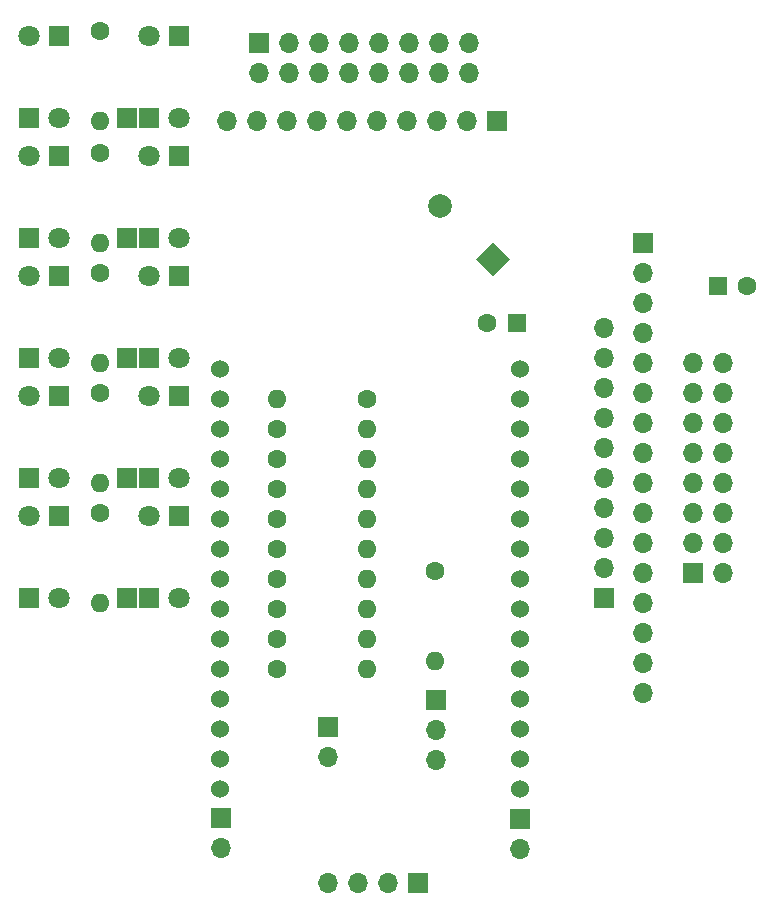
<source format=gbr>
%TF.GenerationSoftware,KiCad,Pcbnew,5.1.9+dfsg1-1*%
%TF.CreationDate,2022-03-08T22:31:31+00:00*%
%TF.ProjectId,guante metaversal,6775616e-7465-4206-9d65-746176657273,rev?*%
%TF.SameCoordinates,Original*%
%TF.FileFunction,Soldermask,Bot*%
%TF.FilePolarity,Negative*%
%FSLAX46Y46*%
G04 Gerber Fmt 4.6, Leading zero omitted, Abs format (unit mm)*
G04 Created by KiCad (PCBNEW 5.1.9+dfsg1-1) date 2022-03-08 22:31:31*
%MOMM*%
%LPD*%
G01*
G04 APERTURE LIST*
%ADD10R,1.700000X1.700000*%
%ADD11O,1.700000X1.700000*%
%ADD12C,1.600000*%
%ADD13O,1.600000X1.600000*%
%ADD14C,1.524000*%
%ADD15C,1.800000*%
%ADD16R,1.800000X1.800000*%
%ADD17C,0.200000*%
%ADD18C,2.000000*%
%ADD19R,1.600000X1.600000*%
G04 APERTURE END LIST*
D10*
%TO.C,U7*%
X173228000Y-125730000D03*
D11*
X173228000Y-123190000D03*
X173228000Y-120650000D03*
X173228000Y-118110000D03*
X173228000Y-115570000D03*
X173228000Y-113030000D03*
X173228000Y-110490000D03*
X173228000Y-107950000D03*
X173228000Y-105410000D03*
X173228000Y-102870000D03*
%TD*%
D12*
%TO.C,R16*%
X130556000Y-118516000D03*
D13*
X130556000Y-126136000D03*
%TD*%
D12*
%TO.C,R16*%
X130556000Y-108356000D03*
D13*
X130556000Y-115976000D03*
%TD*%
D12*
%TO.C,R16*%
X130556000Y-98196000D03*
D13*
X130556000Y-105816000D03*
%TD*%
D12*
%TO.C,R16*%
X130556000Y-88036000D03*
D13*
X130556000Y-95656000D03*
%TD*%
D11*
%TO.C,J1*%
X183311800Y-105841800D03*
X180771800Y-105841800D03*
X183311800Y-108381800D03*
X180771800Y-108381800D03*
X183311800Y-110921800D03*
X180771800Y-110921800D03*
X183311800Y-113461800D03*
X180771800Y-113461800D03*
X183311800Y-116001800D03*
X180771800Y-116001800D03*
X183311800Y-118541800D03*
X180771800Y-118541800D03*
X183311800Y-121081800D03*
X180771800Y-121081800D03*
X183311800Y-123621800D03*
D10*
X180771800Y-123621800D03*
%TD*%
D14*
%TO.C,U2*%
X140716000Y-108839000D03*
X140716000Y-111379000D03*
X140716000Y-113919000D03*
X140716000Y-116459000D03*
X140716000Y-118999000D03*
X140716000Y-121539000D03*
X140716000Y-124079000D03*
X140716000Y-126619000D03*
X140716000Y-129159000D03*
X140716000Y-131699000D03*
X140716000Y-134239000D03*
X140716000Y-136779000D03*
X140716000Y-139319000D03*
X140716000Y-141859000D03*
X166116000Y-141859000D03*
X166116000Y-139319000D03*
X166116000Y-136779000D03*
X166116000Y-134239000D03*
X166116000Y-131699000D03*
X166116000Y-129159000D03*
X166116000Y-126619000D03*
X166116000Y-124079000D03*
X166116000Y-121539000D03*
X166116000Y-118999000D03*
X166116000Y-116459000D03*
X166116000Y-113919000D03*
X166116000Y-111379000D03*
X166116000Y-108839000D03*
X140716000Y-106299000D03*
X166116000Y-106299000D03*
%TD*%
D10*
%TO.C,TP2*%
X132842000Y-95250000D03*
%TD*%
D15*
%TO.C,D3*%
X137287000Y-95250000D03*
D16*
X134747000Y-95250000D03*
%TD*%
%TO.C,D1*%
X124587000Y-95250000D03*
D15*
X127127000Y-95250000D03*
%TD*%
D10*
%TO.C,TP2*%
X132842000Y-105410000D03*
%TD*%
D16*
%TO.C,D3*%
X134747000Y-105410000D03*
D15*
X137287000Y-105410000D03*
%TD*%
%TO.C,D1*%
X127127000Y-105410000D03*
D16*
X124587000Y-105410000D03*
%TD*%
D15*
%TO.C,D2*%
X124587000Y-88265000D03*
D16*
X127127000Y-88265000D03*
%TD*%
%TO.C,D4*%
X137287000Y-88265000D03*
D15*
X134747000Y-88265000D03*
%TD*%
D16*
%TO.C,D2*%
X127127000Y-98425000D03*
D15*
X124587000Y-98425000D03*
%TD*%
%TO.C,D4*%
X134747000Y-98425000D03*
D16*
X137287000Y-98425000D03*
%TD*%
D15*
%TO.C,D4*%
X134747000Y-108585000D03*
D16*
X137287000Y-108585000D03*
%TD*%
%TO.C,D2*%
X127127000Y-108585000D03*
D15*
X124587000Y-108585000D03*
%TD*%
D10*
%TO.C,TP2*%
X132842000Y-125730000D03*
%TD*%
D15*
%TO.C,D3*%
X137287000Y-125730000D03*
D16*
X134747000Y-125730000D03*
%TD*%
%TO.C,D1*%
X124587000Y-125730000D03*
D15*
X127127000Y-125730000D03*
%TD*%
%TO.C,D2*%
X124587000Y-118745000D03*
D16*
X127127000Y-118745000D03*
%TD*%
%TO.C,D4*%
X137287000Y-118745000D03*
D15*
X134747000Y-118745000D03*
%TD*%
D16*
%TO.C,D3*%
X134747000Y-115570000D03*
D15*
X137287000Y-115570000D03*
%TD*%
D10*
%TO.C,TP2*%
X132842000Y-115570000D03*
%TD*%
D15*
%TO.C,D1*%
X127127000Y-115570000D03*
D16*
X124587000Y-115570000D03*
%TD*%
%TO.C,D2*%
X127127000Y-78105000D03*
D15*
X124587000Y-78105000D03*
%TD*%
%TO.C,D1*%
X127127000Y-85090000D03*
D16*
X124587000Y-85090000D03*
%TD*%
%TO.C,D3*%
X134747000Y-85090000D03*
D15*
X137287000Y-85090000D03*
%TD*%
%TO.C,D4*%
X134747000Y-78105000D03*
D16*
X137287000Y-78105000D03*
%TD*%
D10*
%TO.C,TP2*%
X132842000Y-85090000D03*
%TD*%
%TO.C,J3*%
X166116000Y-144399000D03*
D11*
X166116000Y-146939000D03*
%TD*%
%TO.C,J4*%
X140843000Y-146875500D03*
D10*
X140843000Y-144335500D03*
%TD*%
D17*
%TO.C,BZ1*%
G36*
X165263942Y-96996928D02*
G01*
X163849728Y-98411142D01*
X162435514Y-96996928D01*
X163849728Y-95582714D01*
X165263942Y-96996928D01*
G37*
D18*
X159359600Y-92506800D03*
%TD*%
D19*
%TO.C,C1*%
X165862000Y-102412800D03*
D12*
X163362000Y-102412800D03*
%TD*%
D10*
%TO.C,J1*%
X144018000Y-78740000D03*
D11*
X144018000Y-81280000D03*
X146558000Y-78740000D03*
X146558000Y-81280000D03*
X149098000Y-78740000D03*
X149098000Y-81280000D03*
X151638000Y-78740000D03*
X151638000Y-81280000D03*
X154178000Y-78740000D03*
X154178000Y-81280000D03*
X156718000Y-78740000D03*
X156718000Y-81280000D03*
X159258000Y-78740000D03*
X159258000Y-81280000D03*
X161798000Y-78740000D03*
X161798000Y-81280000D03*
%TD*%
D10*
%TO.C,U6*%
X164211000Y-85344000D03*
D11*
X161671000Y-85344000D03*
X159131000Y-85344000D03*
X156591000Y-85344000D03*
X154051000Y-85344000D03*
X151511000Y-85344000D03*
X148971000Y-85344000D03*
X146431000Y-85344000D03*
X143891000Y-85344000D03*
X141351000Y-85344000D03*
%TD*%
D10*
%TO.C,J5*%
X176530000Y-95631000D03*
D11*
X176530000Y-98171000D03*
X176530000Y-100711000D03*
X176530000Y-103251000D03*
X176530000Y-105791000D03*
X176530000Y-108331000D03*
X176530000Y-110871000D03*
X176530000Y-113411000D03*
X176530000Y-115951000D03*
X176530000Y-118491000D03*
X176530000Y-121031000D03*
X176530000Y-123571000D03*
X176530000Y-126111000D03*
X176530000Y-128651000D03*
X176530000Y-131191000D03*
X176530000Y-133731000D03*
%TD*%
D13*
%TO.C,R1*%
X145542000Y-108826300D03*
D12*
X153162000Y-108826300D03*
%TD*%
%TO.C,R2*%
X145542000Y-111379000D03*
D13*
X153162000Y-111379000D03*
%TD*%
%TO.C,R3*%
X153162000Y-113919000D03*
D12*
X145542000Y-113919000D03*
%TD*%
%TO.C,R4*%
X145542000Y-116459000D03*
D13*
X153162000Y-116459000D03*
%TD*%
D12*
%TO.C,R5*%
X145542000Y-118999000D03*
D13*
X153162000Y-118999000D03*
%TD*%
%TO.C,R6*%
X153162000Y-121539000D03*
D12*
X145542000Y-121539000D03*
%TD*%
%TO.C,R7*%
X145542000Y-124079000D03*
D13*
X153162000Y-124079000D03*
%TD*%
%TO.C,R8*%
X153162000Y-126619000D03*
D12*
X145542000Y-126619000D03*
%TD*%
%TO.C,R9*%
X145542000Y-129159000D03*
D13*
X153162000Y-129159000D03*
%TD*%
%TO.C,R10*%
X153162000Y-131699000D03*
D12*
X145542000Y-131699000D03*
%TD*%
%TO.C,R11*%
X158953200Y-123456700D03*
D13*
X158953200Y-131076700D03*
%TD*%
%TO.C,R16*%
X130556000Y-85344000D03*
D12*
X130556000Y-77724000D03*
%TD*%
D19*
%TO.C,C2*%
X182880000Y-99314000D03*
D12*
X185380000Y-99314000D03*
%TD*%
D10*
%TO.C,J6*%
X157480000Y-149860000D03*
D11*
X154940000Y-149860000D03*
X152400000Y-149860000D03*
X149860000Y-149860000D03*
%TD*%
D10*
%TO.C,M6*%
X149860000Y-136652000D03*
D11*
X149860000Y-139192000D03*
%TD*%
D10*
%TO.C,Q1*%
X159016700Y-134378700D03*
D11*
X159016700Y-136918700D03*
X159016700Y-139458700D03*
%TD*%
M02*

</source>
